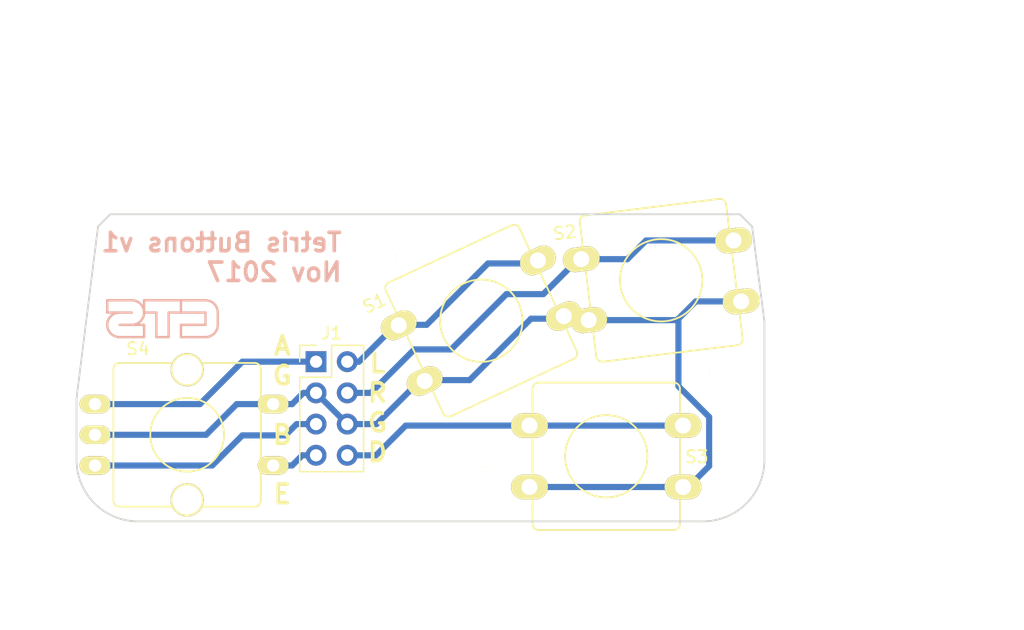
<source format=kicad_pcb>
(kicad_pcb (version 4) (host pcbnew "(2015-08-26 BZR 6129, Git 2e41367)-product")

  (general
    (links 18)
    (no_connects 0)
    (area 7.424999 -32.963517 63.575001 -4.022699)
    (thickness 1.6)
    (drawings 38)
    (tracks 69)
    (zones 0)
    (modules 8)
    (nets 8)
  )

  (page A4)
  (layers
    (0 F.Cu signal)
    (31 B.Cu signal)
    (32 B.Adhes user)
    (33 F.Adhes user)
    (34 B.Paste user)
    (35 F.Paste user)
    (36 B.SilkS user)
    (37 F.SilkS user)
    (38 B.Mask user)
    (39 F.Mask user)
    (40 Dwgs.User user)
    (41 Cmts.User user)
    (42 Eco1.User user)
    (43 Eco2.User user)
    (44 Edge.Cuts user)
    (45 Margin user)
    (46 B.CrtYd user)
    (47 F.CrtYd user)
    (48 B.Fab user)
    (49 F.Fab user)
  )

  (setup
    (last_trace_width 0.5)
    (trace_clearance 0.2)
    (zone_clearance 0.508)
    (zone_45_only no)
    (trace_min 0.2)
    (segment_width 0.2)
    (edge_width 0.15)
    (via_size 0.6)
    (via_drill 0.4)
    (via_min_size 0.4)
    (via_min_drill 0.3)
    (uvia_size 0.3)
    (uvia_drill 0.1)
    (uvias_allowed no)
    (uvia_min_size 0.2)
    (uvia_min_drill 0.1)
    (pcb_text_width 0.3)
    (pcb_text_size 1.5 1.5)
    (mod_edge_width 0.15)
    (mod_text_size 1 1)
    (mod_text_width 0.15)
    (pad_size 1.524 1.524)
    (pad_drill 0.762)
    (pad_to_mask_clearance 0.2)
    (aux_axis_origin 0 0)
    (visible_elements 7FFFFFFF)
    (pcbplotparams
      (layerselection 0x010f0_80000001)
      (usegerberextensions false)
      (excludeedgelayer true)
      (linewidth 0.100000)
      (plotframeref false)
      (viasonmask false)
      (mode 1)
      (useauxorigin false)
      (hpglpennumber 1)
      (hpglpenspeed 20)
      (hpglpendiameter 15)
      (hpglpenoverlay 2)
      (psnegative false)
      (psa4output false)
      (plotreference true)
      (plotvalue true)
      (plotinvisibletext false)
      (padsonsilk false)
      (subtractmaskfromsilk false)
      (outputformat 1)
      (mirror false)
      (drillshape 0)
      (scaleselection 1)
      (outputdirectory Gerbers/))
  )

  (net 0 "")
  (net 1 E)
  (net 2 R)
  (net 3 A)
  (net 4 L)
  (net 5 B)
  (net 6 D)
  (net 7 GND)

  (net_class Default "This is the default net class."
    (clearance 0.2)
    (trace_width 0.5)
    (via_dia 0.6)
    (via_drill 0.4)
    (uvia_dia 0.3)
    (uvia_drill 0.1)
    (add_net A)
    (add_net B)
    (add_net D)
    (add_net E)
    (add_net GND)
    (add_net L)
    (add_net R)
  )

  (module Pin_Headers:Pin_Header_Straight_2x04_Pitch2.54mm (layer F.Cu) (tedit 59FE19E7) (tstamp 59FE2119)
    (at 27 -18)
    (descr "Through hole straight pin header, 2x04, 2.54mm pitch, double rows")
    (tags "Through hole pin header THT 2x04 2.54mm double row")
    (path /59FE1308)
    (fp_text reference J1 (at 1.27 -2.33) (layer F.SilkS)
      (effects (font (size 1 1) (thickness 0.15)))
    )
    (fp_text value CONN (at 1.27 9.95) (layer F.Fab)
      (effects (font (size 1 1) (thickness 0.15)))
    )
    (fp_line (start 0 -1.27) (end 3.81 -1.27) (layer F.Fab) (width 0.1))
    (fp_line (start 3.81 -1.27) (end 3.81 8.89) (layer F.Fab) (width 0.1))
    (fp_line (start 3.81 8.89) (end -1.27 8.89) (layer F.Fab) (width 0.1))
    (fp_line (start -1.27 8.89) (end -1.27 0) (layer F.Fab) (width 0.1))
    (fp_line (start -1.27 0) (end 0 -1.27) (layer F.Fab) (width 0.1))
    (fp_line (start -1.33 8.95) (end 3.87 8.95) (layer F.SilkS) (width 0.12))
    (fp_line (start -1.33 1.27) (end -1.33 8.95) (layer F.SilkS) (width 0.12))
    (fp_line (start 3.87 -1.33) (end 3.87 8.95) (layer F.SilkS) (width 0.12))
    (fp_line (start -1.33 1.27) (end 1.27 1.27) (layer F.SilkS) (width 0.12))
    (fp_line (start 1.27 1.27) (end 1.27 -1.33) (layer F.SilkS) (width 0.12))
    (fp_line (start 1.27 -1.33) (end 3.87 -1.33) (layer F.SilkS) (width 0.12))
    (fp_line (start -1.33 0) (end -1.33 -1.33) (layer F.SilkS) (width 0.12))
    (fp_line (start -1.33 -1.33) (end 0 -1.33) (layer F.SilkS) (width 0.12))
    (fp_line (start -1.8 -1.8) (end -1.8 9.4) (layer F.CrtYd) (width 0.05))
    (fp_line (start -1.8 9.4) (end 4.35 9.4) (layer F.CrtYd) (width 0.05))
    (fp_line (start 4.35 9.4) (end 4.35 -1.8) (layer F.CrtYd) (width 0.05))
    (fp_line (start 4.35 -1.8) (end -1.8 -1.8) (layer F.CrtYd) (width 0.05))
    (pad 1 thru_hole rect (at 0 0) (size 1.7 1.7) (drill 1) (layers *.Cu *.Mask)
      (net 3 A))
    (pad 2 thru_hole oval (at 2.54 0) (size 1.7 1.7) (drill 1) (layers *.Cu *.Mask)
      (net 4 L))
    (pad 3 thru_hole oval (at 0 2.54) (size 1.7 1.7) (drill 1) (layers *.Cu *.Mask)
      (net 7 GND))
    (pad 4 thru_hole oval (at 2.54 2.54) (size 1.7 1.7) (drill 1) (layers *.Cu *.Mask)
      (net 2 R))
    (pad 5 thru_hole oval (at 0 5.08) (size 1.7 1.7) (drill 1) (layers *.Cu *.Mask)
      (net 5 B))
    (pad 6 thru_hole oval (at 2.54 5.08) (size 1.7 1.7) (drill 1) (layers *.Cu *.Mask)
      (net 7 GND))
    (pad 7 thru_hole oval (at 0 7.62) (size 1.7 1.7) (drill 1) (layers *.Cu *.Mask)
      (net 1 E))
    (pad 8 thru_hole oval (at 2.54 7.62) (size 1.7 1.7) (drill 1) (layers *.Cu *.Mask)
      (net 6 D))
    (model ${KISYS3DMOD}/Pin_Headers.3dshapes/Pin_Header_Straight_2x04_Pitch2.54mm.wrl
      (at (xyz 0 0 0))
      (scale (xyz 1 1 1))
      (rotate (xyz 0 0 0))
    )
  )

  (module Custom_Library:Encoder_Rotary_w_Switch (layer F.Cu) (tedit 59FE244F) (tstamp 59FE212D)
    (at 16.5041 -12.0477)
    (path /59FE10D0)
    (fp_text reference S4 (at -4 -7) (layer F.SilkS)
      (effects (font (size 1 1) (thickness 0.15)))
    )
    (fp_text value ENCODER (at 0 0) (layer F.Fab)
      (effects (font (size 1 1) (thickness 0.15)))
    )
    (fp_circle (center 0 0) (end 3 0) (layer F.SilkS) (width 0.15))
    (fp_line (start 5.5 5.85) (end -5.5 5.85) (layer F.SilkS) (width 0.15))
    (fp_line (start 6 -5.35) (end 6 5.35) (layer F.SilkS) (width 0.15))
    (fp_line (start -5.5 -5.85) (end 5.5 -5.85) (layer F.SilkS) (width 0.15))
    (fp_line (start -6 5.35) (end -6 -5.35) (layer F.SilkS) (width 0.15))
    (fp_arc (start -5.5 5.35) (end -5.5 5.85) (angle 90) (layer F.SilkS) (width 0.15))
    (fp_arc (start 5.5 5.35) (end 6 5.35) (angle 90) (layer F.SilkS) (width 0.15))
    (fp_arc (start 5.5 -5.35) (end 5.5 -5.85) (angle 90) (layer F.SilkS) (width 0.15))
    (fp_arc (start -5.5 -5.35) (end -6 -5.35) (angle 90) (layer F.SilkS) (width 0.15))
    (pad 1 thru_hole oval (at -7.5 -2.5) (size 2.5 1.5) (drill 1) (layers *.Cu *.Mask F.SilkS)
      (net 3 A))
    (pad 2 thru_hole oval (at -7.5 0) (size 2.5 1.5) (drill 1) (layers *.Cu *.Mask F.SilkS)
      (net 7 GND))
    (pad 3 thru_hole oval (at -7.5 2.5) (size 2.5 1.5) (drill 1) (layers *.Cu *.Mask F.SilkS)
      (net 5 B))
    (pad 4 thru_hole oval (at 7 2.5) (size 2.5 1.5) (drill 1) (layers *.Cu *.Mask F.SilkS)
      (net 1 E))
    (pad 5 thru_hole oval (at 7 -2.5) (size 2.5 1.5) (drill 1) (layers *.Cu *.Mask F.SilkS)
      (net 7 GND))
    (pad "" thru_hole circle (at 0 5.3) (size 2.7 2.7) (drill 2.4) (layers *.Cu *.Mask F.SilkS))
    (pad "" thru_hole circle (at 0 -5.3) (size 2.7 2.7) (drill 2.4) (layers *.Cu *.Mask F.SilkS))
  )

  (module Custom_Library:M2_Isolated (layer F.Cu) (tedit 5567551F) (tstamp 59FE33CF)
    (at 32.5 -26.5)
    (path /59FE2195)
    (fp_text reference H1 (at 0 2) (layer F.Fab)
      (effects (font (size 1 1) (thickness 0.15)))
    )
    (fp_text value M2 (at 0 -2) (layer F.Fab)
      (effects (font (size 1 1) (thickness 0.15)))
    )
    (pad "" np_thru_hole circle (at 0 0) (size 2 2) (drill 2) (layers *.Cu *.Mask F.SilkS)
      (solder_mask_margin 1.5) (clearance 1.7))
  )

  (module Custom_Library:M2_Isolated (layer F.Cu) (tedit 5567551F) (tstamp 59FE33D3)
    (at 40.5 -8.5)
    (path /59FE2243)
    (fp_text reference H2 (at 0 2) (layer F.Fab)
      (effects (font (size 1 1) (thickness 0.15)))
    )
    (fp_text value M2 (at 0 -2) (layer F.Fab)
      (effects (font (size 1 1) (thickness 0.15)))
    )
    (pad "" np_thru_hole circle (at 0 0) (size 2 2) (drill 2) (layers *.Cu *.Mask F.SilkS)
      (solder_mask_margin 1.5) (clearance 1.7))
  )

  (module Custom_Library:M2_Isolated (layer F.Cu) (tedit 5567551F) (tstamp 59FE33D7)
    (at 60 -17)
    (path /59FE2270)
    (fp_text reference H3 (at 0 2) (layer F.Fab)
      (effects (font (size 1 1) (thickness 0.15)))
    )
    (fp_text value M2 (at 0 -2) (layer F.Fab)
      (effects (font (size 1 1) (thickness 0.15)))
    )
    (pad "" np_thru_hole circle (at 0 0) (size 2 2) (drill 2) (layers *.Cu *.Mask F.SilkS)
      (solder_mask_margin 1.5) (clearance 1.7))
  )

  (module Custom_Library:Pushbutton_12mm_4pin (layer F.Cu) (tedit 59FE551D) (tstamp 59FED1C3)
    (at 40.4502 -21.3353 25)
    (path /59FE097B)
    (fp_text reference S1 (at -7.287181 -4.959017 25) (layer F.SilkS)
      (effects (font (size 1 1) (thickness 0.15)))
    )
    (fp_text value LEFT (at 0 -7 25) (layer F.Fab)
      (effects (font (size 1 1) (thickness 0.15)))
    )
    (fp_line (start 5.5 6) (end -5.5 6) (layer F.SilkS) (width 0.15))
    (fp_line (start 6 -5.5) (end 6 5.5) (layer F.SilkS) (width 0.15))
    (fp_line (start -5.5 -6) (end 5.5 -6) (layer F.SilkS) (width 0.15))
    (fp_line (start -6 5.5) (end -6 -5.5) (layer F.SilkS) (width 0.15))
    (fp_arc (start -5.5 5.5) (end -5.5 6) (angle 90) (layer F.SilkS) (width 0.15))
    (fp_arc (start 5.5 5.5) (end 6 5.5) (angle 90) (layer F.SilkS) (width 0.15))
    (fp_arc (start 5.5 -5.5) (end 5.5 -6) (angle 90) (layer F.SilkS) (width 0.15))
    (fp_arc (start -5.5 -5.5) (end -6 -5.5) (angle 90) (layer F.SilkS) (width 0.15))
    (fp_circle (center 0 0) (end 3.35 0) (layer F.SilkS) (width 0.15))
    (pad 1 thru_hole oval (at -6.25 -2.5 25) (size 3 2) (drill 1.3) (layers *.Cu *.Mask F.SilkS)
      (net 4 L))
    (pad 2 thru_hole oval (at -6.25 2.5 25) (size 3 2) (drill 1.3) (layers *.Cu *.Mask F.SilkS)
      (net 7 GND))
    (pad 1 thru_hole oval (at 6.25 -2.5 25) (size 3 2) (drill 1.3) (layers *.Cu *.Mask F.SilkS)
      (net 4 L))
    (pad 2 thru_hole oval (at 6.25 2.5 25) (size 3 2) (drill 1.3) (layers *.Cu *.Mask F.SilkS)
      (net 7 GND))
  )

  (module Custom_Library:Pushbutton_12mm_4pin (layer F.Cu) (tedit 59FE5514) (tstamp 59FED1D3)
    (at 55.0959 -24.6273 7)
    (path /59FE0EE2)
    (fp_text reference S2 (at -7.315454 -4.800008 7) (layer F.SilkS)
      (effects (font (size 1 1) (thickness 0.15)))
    )
    (fp_text value RIGHT (at 0 -7 7) (layer F.Fab)
      (effects (font (size 1 1) (thickness 0.15)))
    )
    (fp_line (start 5.5 6) (end -5.5 6) (layer F.SilkS) (width 0.15))
    (fp_line (start 6 -5.5) (end 6 5.5) (layer F.SilkS) (width 0.15))
    (fp_line (start -5.5 -6) (end 5.5 -6) (layer F.SilkS) (width 0.15))
    (fp_line (start -6 5.5) (end -6 -5.5) (layer F.SilkS) (width 0.15))
    (fp_arc (start -5.5 5.5) (end -5.5 6) (angle 90) (layer F.SilkS) (width 0.15))
    (fp_arc (start 5.5 5.5) (end 6 5.5) (angle 90) (layer F.SilkS) (width 0.15))
    (fp_arc (start 5.5 -5.5) (end 5.5 -6) (angle 90) (layer F.SilkS) (width 0.15))
    (fp_arc (start -5.5 -5.5) (end -6 -5.5) (angle 90) (layer F.SilkS) (width 0.15))
    (fp_circle (center 0 0) (end 3.35 0) (layer F.SilkS) (width 0.15))
    (pad 1 thru_hole oval (at -6.25 -2.5 7) (size 3 2) (drill 1.3) (layers *.Cu *.Mask F.SilkS)
      (net 2 R))
    (pad 2 thru_hole oval (at -6.25 2.5 7) (size 3 2) (drill 1.3) (layers *.Cu *.Mask F.SilkS)
      (net 7 GND))
    (pad 1 thru_hole oval (at 6.25 -2.5 7) (size 3 2) (drill 1.3) (layers *.Cu *.Mask F.SilkS)
      (net 2 R))
    (pad 2 thru_hole oval (at 6.25 2.5 7) (size 3 2) (drill 1.3) (layers *.Cu *.Mask F.SilkS)
      (net 7 GND))
  )

  (module Custom_Library:Pushbutton_12mm_4pin (layer F.Cu) (tedit 59FE550C) (tstamp 59FED1E3)
    (at 50.624 -10.2977)
    (path /59FE0F0C)
    (fp_text reference S3 (at 7.376 0.0477) (layer F.SilkS)
      (effects (font (size 1 1) (thickness 0.15)))
    )
    (fp_text value DOWN (at 0 -7) (layer F.Fab)
      (effects (font (size 1 1) (thickness 0.15)))
    )
    (fp_line (start 5.5 6) (end -5.5 6) (layer F.SilkS) (width 0.15))
    (fp_line (start 6 -5.5) (end 6 5.5) (layer F.SilkS) (width 0.15))
    (fp_line (start -5.5 -6) (end 5.5 -6) (layer F.SilkS) (width 0.15))
    (fp_line (start -6 5.5) (end -6 -5.5) (layer F.SilkS) (width 0.15))
    (fp_arc (start -5.5 5.5) (end -5.5 6) (angle 90) (layer F.SilkS) (width 0.15))
    (fp_arc (start 5.5 5.5) (end 6 5.5) (angle 90) (layer F.SilkS) (width 0.15))
    (fp_arc (start 5.5 -5.5) (end 5.5 -6) (angle 90) (layer F.SilkS) (width 0.15))
    (fp_arc (start -5.5 -5.5) (end -6 -5.5) (angle 90) (layer F.SilkS) (width 0.15))
    (fp_circle (center 0 0) (end 3.35 0) (layer F.SilkS) (width 0.15))
    (pad 1 thru_hole oval (at -6.25 -2.5) (size 3 2) (drill 1.3) (layers *.Cu *.Mask F.SilkS)
      (net 6 D))
    (pad 2 thru_hole oval (at -6.25 2.5) (size 3 2) (drill 1.3) (layers *.Cu *.Mask F.SilkS)
      (net 7 GND))
    (pad 1 thru_hole oval (at 6.25 -2.5) (size 3 2) (drill 1.3) (layers *.Cu *.Mask F.SilkS)
      (net 6 D))
    (pad 2 thru_hole oval (at 6.25 2.5) (size 3 2) (drill 1.3) (layers *.Cu *.Mask F.SilkS)
      (net 7 GND))
  )

  (gr_text "Notes for next version:\n- minimize the extents of the board in the front edge and corners" (at 1.524 1.27) (layer F.Fab)
    (effects (font (size 1.5 1.5) (thickness 0.3)) (justify left))
  )
  (gr_text "This board should be attached to the panel by three M2 x 8mm screws\nwith standoffs, and by the encoder panel-mount nut.\nSeven wires connect this board to the controller. Either ground pad\non J1 can be used." (at 1.27 -42.418) (layer F.Fab)
    (effects (font (size 1.5 1.5) (thickness 0.3)) (justify left))
  )
  (gr_text "A\nG\n\nB\n\nE" (at 24.25 -13.25) (layer F.SilkS)
    (effects (font (size 1.5 1.5) (thickness 0.3)))
  )
  (gr_text "L\nR\nG\nD" (at 32 -14.25) (layer F.SilkS)
    (effects (font (size 1.5 1.5) (thickness 0.3)))
  )
  (gr_line (start 13 -20) (end 11 -20) (angle 90) (layer B.SilkS) (width 0.2))
  (gr_line (start 13 -21) (end 13 -20) (angle 90) (layer B.SilkS) (width 0.2))
  (gr_line (start 11 -21) (end 13 -21) (angle 90) (layer B.SilkS) (width 0.2))
  (gr_line (start 10 -22) (end 12 -22) (angle 90) (layer B.SilkS) (width 0.2))
  (gr_line (start 10 -23) (end 10 -22) (angle 90) (layer B.SilkS) (width 0.2))
  (gr_line (start 12 -23) (end 10 -23) (angle 90) (layer B.SilkS) (width 0.2))
  (gr_line (start 16 -22) (end 16 -23) (angle 90) (layer B.SilkS) (width 0.2))
  (gr_line (start 19 -22) (end 19 -21) (angle 90) (layer B.SilkS) (width 0.2))
  (gr_line (start 13 -23) (end 18 -23) (angle 90) (layer B.SilkS) (width 0.2))
  (gr_line (start 13 -22) (end 13 -23) (angle 90) (layer B.SilkS) (width 0.2))
  (gr_line (start 14 -22) (end 13 -22) (angle 90) (layer B.SilkS) (width 0.2))
  (gr_line (start 14 -20) (end 14 -22) (angle 90) (layer B.SilkS) (width 0.2))
  (gr_line (start 15 -20) (end 14 -20) (angle 90) (layer B.SilkS) (width 0.2))
  (gr_line (start 15 -22) (end 15 -20) (angle 90) (layer B.SilkS) (width 0.2))
  (gr_line (start 18 -22) (end 15 -22) (angle 90) (layer B.SilkS) (width 0.2))
  (gr_line (start 18 -21) (end 18 -22) (angle 90) (layer B.SilkS) (width 0.2))
  (gr_line (start 16 -21) (end 18 -21) (angle 90) (layer B.SilkS) (width 0.2))
  (gr_line (start 16 -20) (end 16 -21) (angle 90) (layer B.SilkS) (width 0.2))
  (gr_line (start 18 -20) (end 16 -20) (angle 90) (layer B.SilkS) (width 0.2))
  (gr_arc (start 12 -22) (end 12 -23) (angle 180) (layer B.SilkS) (width 0.2))
  (gr_arc (start 11 -21) (end 11 -20) (angle 180) (layer B.SilkS) (width 0.2))
  (gr_arc (start 18 -21) (end 19 -21) (angle 90) (layer B.SilkS) (width 0.2))
  (gr_arc (start 18 -22) (end 18 -23) (angle 90) (layer B.SilkS) (width 0.2))
  (gr_text "Tetris Buttons v1\nNov 2017" (at 29.25 -26.5) (layer B.SilkS)
    (effects (font (size 1.5 1.5) (thickness 0.3)) (justify left mirror))
  )
  (gr_line (start 9.25 -29) (end 10.25 -30) (angle 90) (layer Edge.Cuts) (width 0.15))
  (gr_line (start 7.5 -15) (end 9.25 -29) (angle 90) (layer Edge.Cuts) (width 0.15))
  (gr_line (start 7.5 -10) (end 7.5 -15) (angle 90) (layer Edge.Cuts) (width 0.15))
  (gr_arc (start 12.5 -10) (end 12.5 -5) (angle 90) (layer Edge.Cuts) (width 0.15))
  (gr_arc (start 58.5 -10) (end 63.5 -10) (angle 90) (layer Edge.Cuts) (width 0.15))
  (gr_line (start 63.5 -21.25) (end 63.5 -10) (angle 90) (layer Edge.Cuts) (width 0.15))
  (gr_line (start 62.5 -29) (end 63.5 -21.25) (angle 90) (layer Edge.Cuts) (width 0.15))
  (gr_line (start 61.5 -30) (end 10.25 -30) (angle 90) (layer Edge.Cuts) (width 0.15))
  (gr_line (start 62.5 -29) (end 61.5 -30) (angle 90) (layer Edge.Cuts) (width 0.15))
  (gr_line (start 12.5 -5) (end 58.5 -5) (angle 90) (layer Edge.Cuts) (width 0.15))

  (segment (start 23.5041 -9.5477) (end 25.0477 -9.5477) (width 0.5) (layer B.Cu) (net 1))
  (segment (start 25.88 -10.38) (end 27 -10.38) (width 0.5) (layer B.Cu) (net 1) (tstamp 59FE35D0))
  (segment (start 25.0477 -9.5477) (end 25.88 -10.38) (width 0.5) (layer B.Cu) (net 1) (tstamp 59FE35CF))
  (segment (start 24.0477 -9.5477) (end 23.5041 -9.5477) (width 0.5) (layer B.Cu) (net 1) (tstamp 59FE35C5))
  (segment (start 60.99464 -27.870349) (end 53.870349 -27.870349) (width 0.5) (layer B.Cu) (net 2))
  (segment (start 52.346982 -26.346982) (end 48.587813 -26.346982) (width 0.5) (layer B.Cu) (net 2) (tstamp 59FE366B))
  (segment (start 53.870349 -27.870349) (end 52.346982 -26.346982) (width 0.5) (layer B.Cu) (net 2) (tstamp 59FE366A))
  (segment (start 29.54 -15.46) (end 31.46 -15.46) (width 0.5) (layer B.Cu) (net 2))
  (segment (start 42.5 -23.5) (end 45.5 -23.5) (width 0.5) (layer B.Cu) (net 2) (tstamp 59FE362F))
  (segment (start 38 -19) (end 42.5 -23.5) (width 0.5) (layer B.Cu) (net 2) (tstamp 59FE362D))
  (segment (start 35 -19) (end 38 -19) (width 0.5) (layer B.Cu) (net 2) (tstamp 59FE362B))
  (segment (start 31.46 -15.46) (end 35 -19) (width 0.5) (layer B.Cu) (net 2) (tstamp 59FE362A))
  (segment (start 48.587813 -26.346982) (end 48.346982 -26.346982) (width 0.5) (layer B.Cu) (net 2))
  (segment (start 48.346982 -26.346982) (end 45.5 -23.5) (width 0.5) (layer B.Cu) (net 2) (tstamp 59FE35E4))
  (segment (start 9.0041 -14.5477) (end 17.5477 -14.5477) (width 0.5) (layer B.Cu) (net 3))
  (segment (start 21 -18) (end 27 -18) (width 0.5) (layer B.Cu) (net 3) (tstamp 59FE35B2))
  (segment (start 17.5477 -14.5477) (end 21 -18) (width 0.5) (layer B.Cu) (net 3) (tstamp 59FE35B0))
  (segment (start 45.058078 -26.242434) (end 44.742434 -26.242434) (width 0.5) (layer B.Cu) (net 4))
  (segment (start 44.742434 -26.242434) (end 44.5 -26) (width 0.5) (layer B.Cu) (net 4) (tstamp 59FE3617))
  (segment (start 44.5 -26) (end 41 -26) (width 0.5) (layer B.Cu) (net 4) (tstamp 59FE3618))
  (segment (start 41 -26) (end 36 -21) (width 0.5) (layer B.Cu) (net 4) (tstamp 59FE3619))
  (segment (start 29.54 -18) (end 30.5 -18) (width 0.5) (layer B.Cu) (net 4))
  (segment (start 30.5 -18) (end 33.459705 -20.959705) (width 0.5) (layer B.Cu) (net 4) (tstamp 59FE3604))
  (segment (start 33.459705 -20.959705) (end 33.729231 -20.959705) (width 0.5) (layer B.Cu) (net 4) (tstamp 59FE3605))
  (segment (start 33.729231 -20.959705) (end 34.459705 -20.959705) (width 0.5) (layer B.Cu) (net 4))
  (segment (start 34.459705 -20.959705) (end 34.5 -21) (width 0.5) (layer B.Cu) (net 4) (tstamp 59FE35FD))
  (segment (start 34.5 -21) (end 36 -21) (width 0.5) (layer B.Cu) (net 4) (tstamp 59FE35FE))
  (segment (start 21 -12) (end 24.5 -12) (width 0.5) (layer B.Cu) (net 5))
  (segment (start 24.5 -12) (end 25.42 -12.92) (width 0.5) (layer B.Cu) (net 5) (tstamp 59FE35CA))
  (segment (start 9.0041 -9.5477) (end 18.5477 -9.5477) (width 0.5) (layer B.Cu) (net 5))
  (segment (start 25.42 -12.92) (end 27 -12.92) (width 0.5) (layer B.Cu) (net 5) (tstamp 59FE35CD))
  (segment (start 18.5477 -9.5477) (end 21 -12) (width 0.5) (layer B.Cu) (net 5) (tstamp 59FE35BC))
  (segment (start 44.374 -12.7977) (end 56.874 -12.7977) (width 0.5) (layer B.Cu) (net 6))
  (segment (start 29.54 -10.38) (end 31.88 -10.38) (width 0.5) (layer B.Cu) (net 6))
  (segment (start 34.2977 -12.7977) (end 44.374 -12.7977) (width 0.5) (layer B.Cu) (net 6) (tstamp 59FE360A))
  (segment (start 31.88 -10.38) (end 34.2977 -12.7977) (width 0.5) (layer B.Cu) (net 6) (tstamp 59FE3608))
  (segment (start 49.19716 -21.384251) (end 56.5 -21.384251) (width 0.5) (layer B.Cu) (net 7))
  (segment (start 56.5 -21.384251) (end 56.5 -21.5) (width 0.5) (layer B.Cu) (net 7) (tstamp 59FE3666))
  (segment (start 56.5 -16) (end 56.5 -21.5) (width 0.5) (layer B.Cu) (net 7))
  (segment (start 56.5 -16) (end 59 -13.5) (width 0.5) (layer B.Cu) (net 7) (tstamp 59FE365E))
  (segment (start 59 -13.5) (end 59 -9.5) (width 0.5) (layer B.Cu) (net 7) (tstamp 59FE3610))
  (segment (start 59 -9.5) (end 57.2977 -7.7977) (width 0.5) (layer B.Cu) (net 7) (tstamp 59FE3611))
  (segment (start 57.907618 -22.907618) (end 61.603987 -22.907618) (width 0.5) (layer B.Cu) (net 7) (tstamp 59FE3661))
  (segment (start 56.5 -21.5) (end 57.907618 -22.907618) (width 0.5) (layer B.Cu) (net 7) (tstamp 59FE3660))
  (segment (start 35.842322 -16.428166) (end 36.928166 -16.428166) (width 0.5) (layer B.Cu) (net 7))
  (segment (start 36.928166 -16.428166) (end 37 -16.5) (width 0.5) (layer B.Cu) (net 7) (tstamp 59FE3644))
  (segment (start 37 -16.5) (end 39.5 -16.5) (width 0.5) (layer B.Cu) (net 7) (tstamp 59FE3645))
  (segment (start 39.5 -16.5) (end 44.5 -21.5) (width 0.5) (layer B.Cu) (net 7) (tstamp 59FE3646))
  (segment (start 44.5 -21.5) (end 46.960274 -21.5) (width 0.5) (layer B.Cu) (net 7) (tstamp 59FE3647))
  (segment (start 46.960274 -21.5) (end 47.171169 -21.710895) (width 0.5) (layer B.Cu) (net 7) (tstamp 59FE3648))
  (segment (start 47.171169 -21.710895) (end 46.710895 -21.710895) (width 0.5) (layer B.Cu) (net 7))
  (segment (start 46.710895 -21.710895) (end 46.5 -21.5) (width 0.5) (layer B.Cu) (net 7) (tstamp 59FE3635))
  (segment (start 57.2977 -7.7977) (end 56.874 -7.7977) (width 0.5) (layer B.Cu) (net 7) (tstamp 59FE3612))
  (segment (start 35.842322 -16.428166) (end 36.428166 -16.428166) (width 0.5) (layer B.Cu) (net 7))
  (segment (start 36.428166 -16.428166) (end 36.5 -16.5) (width 0.5) (layer B.Cu) (net 7) (tstamp 59FE35F2))
  (segment (start 47.171169 -21.671169) (end 47.171169 -21.710895) (width 0.5) (layer B.Cu) (net 7) (tstamp 59FE35F6))
  (segment (start 29.54 -12.92) (end 31.92 -12.92) (width 0.5) (layer B.Cu) (net 7))
  (segment (start 31.92 -12.92) (end 35.428166 -16.428166) (width 0.5) (layer B.Cu) (net 7) (tstamp 59FE35ED))
  (segment (start 35.428166 -16.428166) (end 35.842322 -16.428166) (width 0.5) (layer B.Cu) (net 7) (tstamp 59FE35EF))
  (segment (start 44.374 -7.7977) (end 56.874 -7.7977) (width 0.5) (layer B.Cu) (net 7))
  (segment (start 47.171169 -21.710895) (end 48.870516 -21.710895) (width 0.5) (layer B.Cu) (net 7))
  (segment (start 48.870516 -21.710895) (end 49.19716 -21.384251) (width 0.5) (layer B.Cu) (net 7) (tstamp 59FE35DB))
  (segment (start 27 -15.46) (end 29.54 -12.92) (width 0.5) (layer B.Cu) (net 7))
  (segment (start 23.5041 -14.5477) (end 25.0477 -14.5477) (width 0.5) (layer B.Cu) (net 7))
  (segment (start 25.96 -15.46) (end 27 -15.46) (width 0.5) (layer B.Cu) (net 7) (tstamp 59FE35D5))
  (segment (start 25.0477 -14.5477) (end 25.96 -15.46) (width 0.5) (layer B.Cu) (net 7) (tstamp 59FE35D4))
  (segment (start 9.0041 -12.0477) (end 18.0477 -12.0477) (width 0.5) (layer B.Cu) (net 7))
  (segment (start 20.5477 -14.5477) (end 23.5041 -14.5477) (width 0.5) (layer B.Cu) (net 7) (tstamp 59FE35B8))
  (segment (start 18.0477 -12.0477) (end 20.5477 -14.5477) (width 0.5) (layer B.Cu) (net 7) (tstamp 59FE35B6))

)

</source>
